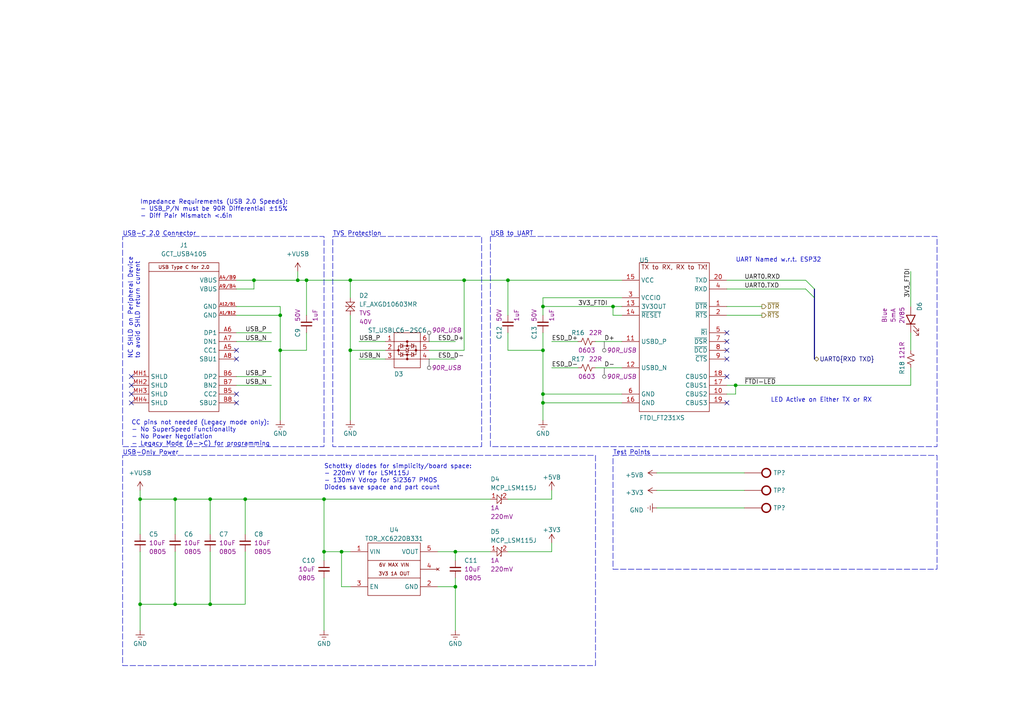
<source format=kicad_sch>
(kicad_sch (version 20230121) (generator eeschema)
  (paper "A4")
  (title_block (title "USB Input") (date "2024-01-21") (rev "1.0.1"))
  (lib_symbols
    (symbol "Skyhawkson-Capacitors:10UF_0805" (pin_numbers hide) (pin_names (offset 0.254) hide)
      (property "Reference" "C" (at 0 2.54 0))
      (property "Tolerance" "10%" (at 0 -7.62 0))
      (property "Rating" "25V" (at 0 -10.16 0))
      (property "Temp" "X5R" (at 0 -15.24 0))
      (property "Package" "0805" (at 0 -12.7 0))
      (property "Capacitance" "10uF" (at 0 -5.08 0))
      (symbol "10UF_0805_0_1"
        (polyline (pts (xy 2.032 -1.524) (xy 2.032 1.524)) (stroke (width 0.3048)))
        (polyline (pts (xy 3.048 -1.524) (xy 3.048 1.524)) (stroke (width 0.3302)))
      )
      (symbol "10UF_0805_1_1"
        (pin passive line (at 0 0 0) (length 2.032) (name "~") (number "1"))
        (pin passive line (at 5.08 0 180) (length 2.032) (name "~") (number "2"))
      )
    )
    (symbol "Skyhawkson-Capacitors:1UF_0805" (pin_numbers hide) (pin_names (offset 0.254) hide)
      (property "Reference" "C" (at 0 2.54 0))
      (property "Tolerance" "10%" (at 0 -7.62 0))
      (property "Rating" "50V" (at 0 -10.16 0))
      (property "Temp" "X7R" (at 0 -15.24 0))
      (property "Package" "0805" (at 0 -12.7 0))
      (property "Capacitance" "1uF" (at 0 -5.08 0))
      (symbol "1UF_0805_0_1"
        (polyline (pts (xy 2.032 -1.524) (xy 2.032 1.524)) (stroke (width 0.3048)))
        (polyline (pts (xy 3.048 -1.524) (xy 3.048 1.524)) (stroke (width 0.3302)))
      )
      (symbol "1UF_0805_1_1"
        (pin passive line (at 0 0 0) (length 2.032) (name "~") (number "1"))
        (pin passive line (at 5.08 0 180) (length 2.032) (name "~") (number "2"))
      )
    )
    (symbol "Skyhawkson-Connectors:GCT_USB4105"
      (property "Reference" "J" (at 5.08 5.08 0))
      (property "Value" "GCT_USB4105" (at 5.08 -39.37 0))
      (symbol "GCT_USB4105_0_0"
        (polyline (pts (xy 25.4 2.54) (xy 5.08 2.54)))
        (text "USB Type C for 2.0" (at 15.24 3.81 0) (effects (font (size 1 1))))
      )
      (symbol "GCT_USB4105_0_1"
        (rectangle (start 5.08 5.08) (end 25.4 -38.1) (stroke (width 0.1524)))
      )
      (symbol "GCT_USB4105_1_1"
        (pin power_in line (at 0 -10.16 0) (length 5.08) (name "GND") (number "A1/B12"))
        (pin power_in line (at 0 -7.62 0) (length 5.08) (name "GND") (number "A12/B1"))
        (pin power_in line (at 0 0 0) (length 5.08) (name "VBUS") (number "A4/B9"))
        (pin bidirectional line (at 0 -20.32 0) (length 5.08) (name "CC1") (number "A5"))
        (pin bidirectional line (at 0 -15.24 0) (length 5.08) (name "DP1") (number "A6"))
        (pin bidirectional line (at 0 -17.78 0) (length 5.08) (name "DN1") (number "A7"))
        (pin bidirectional line (at 0 -22.86 0) (length 5.08) (name "SBU1") (number "A8"))
        (pin power_in line (at 0 -2.54 0) (length 5.08) (name "VBUS") (number "A9/B4"))
        (pin bidirectional line (at 0 -33.02 0) (length 5.08) (name "CC2") (number "B5"))
        (pin bidirectional line (at 0 -27.94 0) (length 5.08) (name "DP2") (number "B6"))
        (pin bidirectional line (at 0 -30.48 0) (length 5.08) (name "BN2") (number "B7"))
        (pin bidirectional line (at 0 -35.56 0) (length 5.08) (name "SBU2") (number "B8"))
        (pin passive line (at 30.48 -27.94 180) (length 5.08) (name "SHLD") (number "MH1"))
        (pin passive line (at 30.48 -30.48 180) (length 5.08) (name "SHLD") (number "MH2"))
        (pin passive line (at 30.48 -33.02 180) (length 5.08) (name "SHLD") (number "MH3"))
        (pin passive line (at 30.48 -35.56 180) (length 5.08) (name "SHLD") (number "MH4"))
      )
    )
    (symbol "Skyhawkson-Connectors:HARWIN_S1751-46" (in_bom no)
      (property "Reference" "TP" (at 6.35 1.27 0))
      (property "Value" "HARWIN_S1751-46" (at 6.35 -2.54 0))
      (symbol "HARWIN_S1751-46_0_1"
        (circle (center 6.35 0) (radius 1.27) (stroke (width 0.4)))
      )
      (symbol "HARWIN_S1751-46_1_1"
        (pin passive line (at 0 0 0) (length 5.08) (name "1") (number "1"))
      )
    )
    (symbol "Skyhawkson-Diodes and TVS:LF_AXGD10603MR" (pin_numbers hide) (pin_names (offset 0.254) hide)
      (property "Reference" "D" (at 0 1.27 0))
      (property "Value" "LF_AXGD10603MR" (at 0 -3.81 0))
      (property "TYPE" "TVS" (at 0 -6.35 0))
      (property "Vbkdn" "40V" (at 0 -8.89 0))
      (symbol "LF_AXGD10603MR_0_0"
        (polyline (pts (xy 2.54 -1.27) (xy 2.286 -1.27)) (stroke (width 0.1524)))
        (polyline (pts (xy 2.54 -1.27) (xy 2.54 1.27)) (stroke (width 0.1524)))
        (polyline (pts (xy 2.54 1.27) (xy 2.794 1.27)) (stroke (width 0.1524)))
        (polyline (pts (xy 1.27 1.27) (xy 1.27 -1.27) (xy 2.54 0) (xy 1.27 1.27)) (stroke (width 0.1524)))
        (polyline (pts (xy 3.81 1.27) (xy 3.81 -1.27) (xy 2.54 0) (xy 3.81 1.27)) (stroke (width 0.1524)))
      )
      (symbol "LF_AXGD10603MR_1_1"
        (pin passive line (at 0 0 0) (length 1.27) (name "~") (number "1"))
        (pin passive line (at 5.08 0 180) (length 1.27) (name "~") (number "2"))
      )
    )
    (symbol "Skyhawkson-Diodes and TVS:MCP_LSM115J" (pin_names (offset 0.254) hide)
      (property "Reference" "D" (at 0 2.54 0))
      (property "Value" "MCP_LSM115J" (at 0 -5.08 0))
      (property "TYPE" "SCHOTTKY" (at 0 -7.62 0))
      (property "Vf" "220mV" (at 0 -10.16 0))
      (property "If" "1A" (at 0 -12.7 0))
      (symbol "MCP_LSM115J_0_0"
        (polyline (pts (xy 2.921 -1.27) (xy 2.921 -1.016)) (stroke (width 0.1524)))
        (polyline (pts (xy 3.175 -1.27) (xy 2.921 -1.27)) (stroke (width 0.1524)))
        (polyline (pts (xy 3.175 -1.27) (xy 3.175 1.27)) (stroke (width 0.1524)))
        (polyline (pts (xy 3.175 1.27) (xy 3.429 1.27)) (stroke (width 0.1524)))
        (polyline (pts (xy 3.429 1.27) (xy 3.429 1.016)) (stroke (width 0.1524)))
        (polyline (pts (xy 1.905 1.27) (xy 1.905 -1.27) (xy 3.175 0) (xy 1.905 1.27)) (stroke (width 0.1524)))
      )
      (symbol "MCP_LSM115J_1_1"
        (pin passive line (at 0 0 0) (length 1.905) (name "1") (number "1"))
        (pin passive line (at 5.08 0 180) (length 1.905) (name "2") (number "2"))
      )
    )
    (symbol "Skyhawkson-Diodes and TVS:ST_USBLC6-2SC6" (pin_names (offset 0.254) hide)
      (property "Reference" "D" (at 2.54 2.54 0))
      (property "Value" "ST_USBLC6-2SC6" (at 2.54 -10.16 0))
      (property "TYPE" "ZENER ARRAY" (at 2.54 -12.7 0))
      (property "Vbkdn" "6V" (at 2.54 -15.24 0))
      (property "Vf" "1V1" (at 2.54 -17.78 0))
      (property "Vclamp" "12V" (at 2.54 -20.32 0))
      (symbol "ST_USBLC6-2SC6_0_1"
        (rectangle (start 2.54 2.54) (end 10.16 -7.62))
      )
      (symbol "ST_USBLC6-2SC6_1_1"
        (polyline (pts (xy 2.54 -5.08) (xy 10.16 -5.08)))
        (polyline (pts (xy 2.54 0) (xy 10.16 0)))
        (polyline (pts (xy 3.81 -1.27) (xy 3.81 -3.81)))
        (polyline (pts (xy 4.445 -3.81) (xy 3.81 -3.81)))
        (polyline (pts (xy 4.445 -1.27) (xy 3.81 -1.27)))
        (polyline (pts (xy 5.08 -3.175) (xy 5.08 -4.445)))
        (polyline (pts (xy 5.08 -0.635) (xy 5.08 -1.905)))
        (polyline (pts (xy 6.35 -3.81) (xy 6.35 -5.08)))
        (polyline (pts (xy 6.35 -1.27) (xy 5.08 -1.27)))
        (polyline (pts (xy 6.35 -1.27) (xy 7.62 -1.27)))
        (polyline (pts (xy 6.35 0) (xy 6.35 -1.27)))
        (polyline (pts (xy 6.6675 -3.175) (xy 6.35 -3.175)))
        (polyline (pts (xy 6.6675 -2.54) (xy 10.16 -2.54)))
        (polyline (pts (xy 6.6675 -1.905) (xy 6.6675 -3.175)))
        (polyline (pts (xy 6.6675 -1.905) (xy 6.985 -1.905)))
        (polyline (pts (xy 7.62 -3.81) (xy 5.08 -3.81)))
        (polyline (pts (xy 8.255 -3.175) (xy 8.255 -4.445)))
        (polyline (pts (xy 8.255 -1.905) (xy 8.255 -0.635)))
        (polyline (pts (xy 8.89 -3.81) (xy 8.255 -3.81)))
        (polyline (pts (xy 8.89 -1.27) (xy 8.255 -1.27)))
        (polyline (pts (xy 8.89 -1.27) (xy 8.89 -3.81)))
        (polyline (pts (xy 6.0325 -2.54) (xy 2.8575 -2.54) (xy 2.54 -2.54)))
        (polyline (pts (xy 4.445 -3.175) (xy 4.445 -4.445) (xy 5.08 -3.81) (xy 4.445 -3.175)))
        (polyline (pts (xy 4.445 -0.635) (xy 4.445 -1.905) (xy 5.08 -1.27) (xy 4.445 -0.635)))
        (polyline (pts (xy 6.0325 -1.905) (xy 6.0325 -3.175) (xy 6.6675 -2.54) (xy 6.0325 -1.905)))
        (polyline (pts (xy 7.62 -3.175) (xy 7.62 -4.445) (xy 8.255 -3.81) (xy 7.62 -3.175)))
        (polyline (pts (xy 7.62 -0.635) (xy 8.255 -1.27) (xy 7.62 -1.905) (xy 7.62 -0.635)))
        (circle (center 3.81 -2.54) (radius 0.1) (stroke (width 0.25)))
        (circle (center 6.35 -5.08) (radius 0.1) (stroke (width 0.25)))
        (circle (center 6.35 -3.81) (radius 0.1) (stroke (width 0.25)))
        (circle (center 6.35 -1.27) (radius 0.1) (stroke (width 0.25)))
        (circle (center 6.35 0) (radius 0.0001) (stroke (width 0.05)))
        (circle (center 6.35 0) (radius 0.1) (stroke (width 0.25)))
        (circle (center 8.89 -2.54) (radius 0.1) (stroke (width 0.25)))
        (pin passive line (at 0 0 0) (length 2.54) (name "I01") (number "1"))
        (pin power_in line (at 0 -2.54 0) (length 2.54) (name "GND") (number "2"))
        (pin passive line (at 0 -5.08 0) (length 2.54) (name "IO2") (number "3"))
        (pin passive line (at 12.7 -5.08 180) (length 2.54) (name "I02") (number "4"))
        (pin power_in line (at 12.7 -2.54 180) (length 2.54) (name "VBUS") (number "5"))
        (pin passive line (at 12.7 0 180) (length 2.54) (name "I01") (number "6"))
      )
    )
    (symbol "Skyhawkson-ICs:FTDI_FT231XS"
      (property "Reference" "U" (at 5.08 5.08 0))
      (property "Value" "FTDI_FT231XS" (at 5.08 -39.37 0))
      (symbol "FTDI_FT231XS_0_0"
        (rectangle (start 5.08 5.08) (end 25.4 -38.1) (stroke (width 0.1524)))
        (text "TX to RX, RX to TX!" (at 15.24 3.81 0) (effects (font (size 1.27 1.27))))
      )
      (symbol "FTDI_FT231XS_1_1"
        (pin output line (at 30.48 -7.62 180) (length 5.08) (name "~{DTR}") (number "1"))
        (pin bidirectional line (at 30.48 -33.02 180) (length 5.08) (name "CBUS2") (number "10"))
        (pin bidirectional line (at 0 -17.78 0) (length 5.08) (name "USBD_P") (number "11"))
        (pin bidirectional line (at 0 -25.4 0) (length 5.08) (name "USBD_N") (number "12"))
        (pin power_out line (at 0 -7.62 0) (length 5.08) (name "3V3OUT") (number "13"))
        (pin input line (at 0 -10.16 0) (length 5.08) (name "~{RESET}") (number "14"))
        (pin power_in line (at 0 0 0) (length 5.08) (name "VCC") (number "15"))
        (pin power_in line (at 0 -35.56 0) (length 5.08) (name "GND") (number "16"))
        (pin bidirectional line (at 30.48 -30.48 180) (length 5.08) (name "CBUS1") (number "17"))
        (pin bidirectional line (at 30.48 -27.94 180) (length 5.08) (name "CBUS0") (number "18"))
        (pin bidirectional line (at 30.48 -35.56 180) (length 5.08) (name "CBUS3") (number "19"))
        (pin output line (at 30.48 -10.16 180) (length 5.08) (name "~{RTS}") (number "2"))
        (pin output line (at 30.48 0 180) (length 5.08) (name "TXD") (number "20"))
        (pin power_in line (at 0 -5.08 0) (length 5.08) (name "VCCIO") (number "3"))
        (pin input line (at 30.48 -2.54 180) (length 5.08) (name "RXD") (number "4"))
        (pin input line (at 30.48 -15.24 180) (length 5.08) (name "~{RI}") (number "5"))
        (pin power_in line (at 0 -33.02 0) (length 5.08) (name "GND") (number "6"))
        (pin input line (at 30.48 -17.78 180) (length 5.08) (name "~{DSR}") (number "7"))
        (pin input line (at 30.48 -20.32 180) (length 5.08) (name "~{DCD}") (number "8"))
        (pin input line (at 30.48 -22.86 180) (length 5.08) (name "~{CTS}") (number "9"))
      )
    )
    (symbol "Skyhawkson-LEDs and Optoelectronics:OSRAM_LBQ39E-N1OO-35-1" (pin_numbers hide) (pin_names (offset 0.254) hide)
      (property "Reference" "D" (at 0 1.27 0))
      (property "Value" "OSRAM_LBQ39E-N1OO-35-1" (at 0 -3.81 0))
      (property "Vf" "2V85" (at 0 -6.35 0))
      (property "Current" "5mA" (at 0 -8.89 0))
      (property "Color" "Blue" (at 0 -11.43 0))
      (property "Package" "0603" (at 0 -13.97 0))
      (symbol "OSRAM_LBQ39E-N1OO-35-1_0_1"
        (polyline (pts (xy 5.08 1.27) (xy 5.08 -1.27)) (stroke (width 0.254)))
        (polyline (pts (xy 2.54 1.27) (xy 2.54 -1.27) (xy 5.08 0) (xy 2.54 1.27)) (stroke (width 0.254)))
        (polyline (pts (xy 5.588 0.762) (xy 7.112 2.286) (xy 6.35 2.286) (xy 7.112 2.286) (xy 7.112 1.524)))
        (polyline (pts (xy 6.858 0.762) (xy 8.382 2.286) (xy 7.62 2.286) (xy 8.382 2.286) (xy 8.382 1.524)))
      )
      (symbol "OSRAM_LBQ39E-N1OO-35-1_1_1"
        (pin passive line (at 0 0 0) (length 2.54) (name "A") (number "A"))
        (pin passive line (at 7.62 0 180) (length 2.54) (name "C") (number "C"))
      )
    )
    (symbol "Skyhawkson-Power Symbols:+3V3" (power) (pin_names (offset 0)) (in_bom no)
      (property "Value" "+3V3" (at 0 3.556 0))
      (symbol "+3V3_0_1"
        (polyline (pts (xy -0.762 1.27) (xy 0 2.54)))
        (polyline (pts (xy 0 0) (xy 0 2.54)))
        (polyline (pts (xy 0 2.54) (xy 0.762 1.27)))
      )
      (symbol "+3V3_1_1"
        (pin power_in line (at 0 0 90) (length 0) hide (name "+3V3") (number "1"))
      )
    )
    (symbol "Skyhawkson-Power Symbols:+5VB" (power) (pin_names (offset 0)) (in_bom no)
      (property "Value" "+5VB" (at 0 3.556 0))
      (symbol "+5VB_0_1"
        (polyline (pts (xy -0.762 1.27) (xy 0 2.54)))
        (polyline (pts (xy 0 0) (xy 0 2.54)))
        (polyline (pts (xy 0 2.54) (xy 0.762 1.27)))
      )
      (symbol "+5VB_1_1"
        (pin power_in line (at 0 0 90) (length 0) hide (name "+5VB") (number "1"))
      )
    )
    (symbol "Skyhawkson-Power Symbols:+VUSB" (power) (pin_names (offset 0)) (in_bom no)
      (property "Value" "+VUSB" (at 0 3.556 0))
      (symbol "+VUSB_0_1"
        (polyline (pts (xy -0.762 1.27) (xy 0 2.54)))
        (polyline (pts (xy 0 0) (xy 0 2.54)))
        (polyline (pts (xy 0 2.54) (xy 0.762 1.27)))
      )
      (symbol "+VUSB_1_1"
        (pin power_in line (at 0 0 90) (length 0) hide (name "+VUSB") (number "1"))
      )
    )
    (symbol "Skyhawkson-Power Symbols:GND" (power) (pin_names (offset 0)) (in_bom no)
      (property "Value" "GND" (at 0 -3.81 0))
      (symbol "GND_0_1"
        (polyline (pts (xy -0.635 -1.905) (xy 0.635 -1.905)))
        (polyline (pts (xy -0.127 -2.54) (xy 0.127 -2.54)))
        (polyline (pts (xy 0 -1.27) (xy 0 0)))
        (polyline (pts (xy 1.27 -1.27) (xy -1.27 -1.27)))
      )
      (symbol "GND_1_1"
        (pin power_in line (at 0 0 270) (length 0) hide (name "GND") (number "1"))
      )
    )
    (symbol "Skyhawkson-Power:TOR_XC6220B331"
      (property "Reference" "U" (at 5.08 2.54 0))
      (property "Value" "TOR_XC6220B331" (at 5.08 -13.97 0))
      (symbol "TOR_XC6220B331_0_0"
        (text "3V3 1A OUT" (at 12.7 -6.35 0) (effects (font (size 1 1))))
        (text "6V MAX VIN" (at 12.7 -3.81 0) (effects (font (size 1 1))))
      )
      (symbol "TOR_XC6220B331_0_1"
        (polyline (pts (xy 20.32 -7.62) (xy 5.08 -7.62)) (stroke (width 0.1524)))
        (polyline (pts (xy 20.32 -2.54) (xy 5.08 -2.54)) (stroke (width 0.1524)))
        (rectangle (start 5.08 2.54) (end 20.32 -12.7) (stroke (width 0.1524)))
      )
      (symbol "TOR_XC6220B331_1_1"
        (pin power_in line (at 0 0 0) (length 5.08) (name "VIN") (number "1"))
        (pin power_in line (at 25.4 -10.16 180) (length 5.08) (name "GND") (number "2"))
        (pin input line (at 0 -10.16 0) (length 5.08) (name "EN") (number "3"))
        (pin no_connect line (at 25.4 -5.08 180) (length 5.08) (name "~") (number "4"))
        (pin power_out line (at 25.4 0 180) (length 5.08) (name "VOUT") (number "5"))
      )
    )
    (symbol "Skyhawkson-Resistors:121R_0603" (pin_numbers hide) (pin_names (offset 0.254) hide)
      (property "Reference" "R" (at 0 1.27 0))
      (property "Tolerance" "1%" (at 0 -6.35 0))
      (property "Power" "100mW" (at 0 -8.89 0))
      (property "Package" "0603" (at 0 -11.43 0))
      (property "Resistance" "121R" (at 0 -3.81 0))
      (symbol "121R_0603_1_1"
        (polyline (pts (xy 1.016 0) (xy 1.397 1.016) (xy 1.778 0) (xy 2.159 -1.016) (xy 2.54 0)))
        (polyline (pts (xy 2.54 0) (xy 2.921 1.016) (xy 3.302 0) (xy 3.683 -1.016) (xy 4.064 0)))
        (pin passive line (at 0 0 0) (length 1.016) (name "~") (number "1"))
        (pin passive line (at 5.08 0 180) (length 1.016) (name "~") (number "2"))
      )
    )
    (symbol "Skyhawkson-Resistors:22R_0603" (pin_numbers hide) (pin_names (offset 0.254) hide)
      (property "Reference" "R" (at 0 1.27 0))
      (property "Tolerance" "1%" (at 0 -6.35 0))
      (property "Power" "100mW" (at 0 -8.89 0))
      (property "Package" "0603" (at 0 -11.43 0))
      (property "Resistance" "22R" (at 0 -3.81 0))
      (symbol "22R_0603_1_1"
        (polyline (pts (xy 1.016 0) (xy 1.397 1.016) (xy 1.778 0) (xy 2.159 -1.016) (xy 2.54 0)))
        (polyline (pts (xy 2.54 0) (xy 2.921 1.016) (xy 3.302 0) (xy 3.683 -1.016) (xy 4.064 0)))
        (pin passive line (at 0 0 0) (length 1.016) (name "~") (number "1"))
        (pin passive line (at 5.08 0 180) (length 1.016) (name "~") (number "2"))
      )
    )
  )
  (junction (at 60.96 144.78))
  (junction (at 60.96 175.26))
  (junction (at 147.32 81.28))
  (junction (at 132.08 170.18))
  (junction (at 81.28 91.44))
  (junction (at 93.98 160.02))
  (junction (at 132.08 160.02))
  (junction (at 93.98 144.78))
  (junction (at 86.36 81.28))
  (junction (at 40.64 144.78))
  (junction (at 157.48 101.6))
  (junction (at 157.48 88.9))
  (junction (at 157.48 114.3))
  (junction (at 50.8 175.26))
  (junction (at 40.64 175.26))
  (junction (at 71.12 144.78))
  (junction (at 157.48 116.84))
  (junction (at 50.8 144.78))
  (junction (at 134.62 81.28))
  (junction (at 101.6 81.28))
  (junction (at 73.66 81.28))
  (junction (at 99.06 160.02))
  (junction (at 88.9 81.28))
  (junction (at 81.28 101.6))
  (junction (at 177.8 88.9))
  (junction (at 213.36 111.76))
  (junction (at 101.6 101.6))
  (no_connect (at 68.58 101.6))
  (no_connect (at 210.82 116.84))
  (no_connect (at 38.1 116.84))
  (no_connect (at 38.1 114.3))
  (no_connect (at 38.1 109.22))
  (no_connect (at 210.82 104.14))
  (no_connect (at 210.82 96.52))
  (no_connect (at 68.58 104.14))
  (no_connect (at 210.82 109.22))
  (no_connect (at 210.82 99.06))
  (no_connect (at 68.58 114.3))
  (no_connect (at 68.58 116.84))
  (no_connect (at 210.82 101.6))
  (no_connect (at 38.1 111.76))
  (bus_entry (at 233.68 81.28) (size 2.54 2.54))
  (bus_entry (at 233.68 83.82) (size 2.54 2.54))
  (wire (pts (xy 88.9 96.52) (xy 88.9 101.6)))
  (wire (pts (xy 101.6 81.28) (xy 101.6 86.36)))
  (wire (pts (xy 81.28 91.44) (xy 81.28 88.9)))
  (wire (pts (xy 134.62 81.28) (xy 134.62 101.6)))
  (wire (pts (xy 210.82 111.76) (xy 213.36 111.76)))
  (wire (pts (xy 71.12 144.78) (xy 93.98 144.78)))
  (wire (pts (xy 68.58 83.82) (xy 73.66 83.82)))
  (wire (pts (xy 210.82 91.44) (xy 220.98 91.44)))
  (wire (pts (xy 210.82 88.9) (xy 220.98 88.9)))
  (wire (pts (xy 190.5 142.24) (xy 215.9 142.24)))
  (wire (pts (xy 124.46 104.14) (xy 132.08 104.14)))
  (wire (pts (xy 264.16 96.52) (xy 264.16 101.6)))
  (wire (pts (xy 81.28 101.6) (xy 81.28 91.44)))
  (wire (pts (xy 99.06 160.02) (xy 101.6 160.02)))
  (wire (pts (xy 68.58 111.76) (xy 78.74 111.76)))
  (wire (pts (xy 60.96 160.02) (xy 60.96 175.26)))
  (wire (pts (xy 127 160.02) (xy 132.08 160.02)))
  (wire (pts (xy 71.12 144.78) (xy 71.12 154.94)))
  (wire (pts (xy 101.6 91.44) (xy 101.6 101.6)))
  (wire (pts (xy 264.16 106.68) (xy 264.16 111.76)))
  (wire (pts (xy 147.32 96.52) (xy 147.32 101.6)))
  (wire (pts (xy 147.32 81.28) (xy 147.32 91.44)))
  (wire (pts (xy 68.58 81.28) (xy 73.66 81.28)))
  (wire (pts (xy 132.08 160.02) (xy 132.08 162.56)))
  (wire (pts (xy 73.66 81.28) (xy 86.36 81.28)))
  (wire (pts (xy 101.6 170.18) (xy 99.06 170.18)))
  (wire (pts (xy 180.34 91.44) (xy 177.8 91.44)))
  (wire (pts (xy 157.48 86.36) (xy 180.34 86.36)))
  (wire (pts (xy 124.46 101.6) (xy 134.62 101.6)))
  (wire (pts (xy 81.28 88.9) (xy 68.58 88.9)))
  (wire (pts (xy 111.76 101.6) (xy 101.6 101.6)))
  (wire (pts (xy 210.82 114.3) (xy 213.36 114.3)))
  (wire (pts (xy 68.58 99.06) (xy 78.74 99.06)))
  (wire (pts (xy 264.16 78.74) (xy 264.16 88.9)))
  (bus (pts (xy 236.22 83.82) (xy 236.22 86.36)))
  (wire (pts (xy 86.36 78.74) (xy 86.36 81.28)))
  (wire (pts (xy 88.9 81.28) (xy 101.6 81.28)))
  (wire (pts (xy 71.12 175.26) (xy 60.96 175.26)))
  (wire (pts (xy 172.72 106.68) (xy 180.34 106.68)))
  (wire (pts (xy 210.82 81.28) (xy 233.68 81.28)))
  (wire (pts (xy 60.96 144.78) (xy 60.96 154.94)))
  (wire (pts (xy 157.48 114.3) (xy 157.48 116.84)))
  (wire (pts (xy 88.9 81.28) (xy 88.9 91.44)))
  (wire (pts (xy 50.8 144.78) (xy 60.96 144.78)))
  (wire (pts (xy 40.64 175.26) (xy 40.64 182.88)))
  (wire (pts (xy 210.82 83.82) (xy 233.68 83.82)))
  (wire (pts (xy 213.36 111.76) (xy 264.16 111.76)))
  (wire (pts (xy 104.14 99.06) (xy 111.76 99.06)))
  (wire (pts (xy 50.8 175.26) (xy 60.96 175.26)))
  (wire (pts (xy 93.98 144.78) (xy 93.98 160.02)))
  (wire (pts (xy 172.72 99.06) (xy 180.34 99.06)))
  (wire (pts (xy 40.64 175.26) (xy 50.8 175.26)))
  (wire (pts (xy 68.58 91.44) (xy 81.28 91.44)))
  (wire (pts (xy 127 170.18) (xy 132.08 170.18)))
  (wire (pts (xy 60.96 144.78) (xy 71.12 144.78)))
  (wire (pts (xy 160.02 157.48) (xy 160.02 160.02)))
  (wire (pts (xy 160.02 99.06) (xy 167.64 99.06)))
  (wire (pts (xy 40.64 142.24) (xy 40.64 144.78)))
  (wire (pts (xy 190.5 147.32) (xy 215.9 147.32)))
  (wire (pts (xy 157.48 88.9) (xy 157.48 86.36)))
  (wire (pts (xy 104.14 104.14) (xy 111.76 104.14)))
  (wire (pts (xy 160.02 142.24) (xy 160.02 144.78)))
  (wire (pts (xy 93.98 167.64) (xy 93.98 182.88)))
  (wire (pts (xy 68.58 109.22) (xy 78.74 109.22)))
  (wire (pts (xy 132.08 160.02) (xy 142.24 160.02)))
  (wire (pts (xy 93.98 160.02) (xy 93.98 162.56)))
  (wire (pts (xy 213.36 111.76) (xy 213.36 114.3)))
  (wire (pts (xy 132.08 170.18) (xy 132.08 182.88)))
  (wire (pts (xy 93.98 160.02) (xy 99.06 160.02)))
  (wire (pts (xy 124.46 99.06) (xy 132.08 99.06)))
  (wire (pts (xy 157.48 88.9) (xy 177.8 88.9)))
  (wire (pts (xy 81.28 101.6) (xy 88.9 101.6)))
  (wire (pts (xy 86.36 81.28) (xy 88.9 81.28)))
  (wire (pts (xy 147.32 144.78) (xy 160.02 144.78)))
  (wire (pts (xy 157.48 96.52) (xy 157.48 101.6)))
  (wire (pts (xy 190.5 137.16) (xy 215.9 137.16)))
  (wire (pts (xy 132.08 167.64) (xy 132.08 170.18)))
  (wire (pts (xy 147.32 160.02) (xy 160.02 160.02)))
  (wire (pts (xy 101.6 101.6) (xy 101.6 121.92)))
  (wire (pts (xy 73.66 83.82) (xy 73.66 81.28)))
  (wire (pts (xy 50.8 144.78) (xy 50.8 154.94)))
  (wire (pts (xy 177.8 91.44) (xy 177.8 88.9)))
  (wire (pts (xy 134.62 81.28) (xy 147.32 81.28)))
  (wire (pts (xy 40.64 144.78) (xy 50.8 144.78)))
  (wire (pts (xy 147.32 101.6) (xy 157.48 101.6)))
  (wire (pts (xy 81.28 121.92) (xy 81.28 101.6)))
  (wire (pts (xy 157.48 116.84) (xy 180.34 116.84)))
  (wire (pts (xy 157.48 88.9) (xy 157.48 91.44)))
  (wire (pts (xy 40.64 160.02) (xy 40.64 175.26)))
  (wire (pts (xy 180.34 114.3) (xy 157.48 114.3)))
  (wire (pts (xy 101.6 81.28) (xy 134.62 81.28)))
  (wire (pts (xy 160.02 106.68) (xy 167.64 106.68)))
  (wire (pts (xy 71.12 160.02) (xy 71.12 175.26)))
  (wire (pts (xy 99.06 170.18) (xy 99.06 160.02)))
  (wire (pts (xy 157.48 101.6) (xy 157.48 114.3)))
  (wire (pts (xy 157.48 116.84) (xy 157.48 121.92)))
  (wire (pts (xy 40.64 144.78) (xy 40.64 154.94)))
  (bus (pts (xy 236.22 86.36) (xy 236.22 104.14)))
  (wire (pts (xy 68.58 96.52) (xy 78.74 96.52)))
  (wire (pts (xy 50.8 160.02) (xy 50.8 175.26)))
  (wire (pts (xy 147.32 81.28) (xy 180.34 81.28)))
  (wire (pts (xy 93.98 144.78) (xy 142.24 144.78)))
  (wire (pts (xy 177.8 88.9) (xy 180.34 88.9)))
  (rectangle (start 35.56 132.08) (end 172.72 193.04) (stroke (width 0) (type dash)))
  (rectangle (start 177.8 132.08) (end 271.78 165.1) (stroke (width 0) (type dash)))
  (rectangle (start 142.24 68.58) (end 271.78 129.54) (stroke (width 0) (type dash)))
  (rectangle (start 35.56 68.58) (end 93.98 129.54) (stroke (width 0) (type dash)))
  (rectangle (start 96.52 68.58) (end 139.7 129.54) (stroke (width 0) (type dash)))
  (text "USB to UART" (at 142.24 68.58 0) (effects (font (size 1.27 1.27)) (justify left bottom)))
  (text "LED Active on Either TX or RX" (at 223.52 116.84 0) (effects (font (size 1.27 1.27)) (justify left bottom)))
  (text "CC pins not needed (Legacy mode only):\n- No SuperSpeed Functionality\n- No Power Negotiation\n- Legacy Mode (A->C) for programming" (at 38.1 129.54 0) (effects (font (size 1.27 1.27)) (justify left bottom)))
  (text "USB-Only Power" (at 35.56 132.08 0) (effects (font (size 1.27 1.27)) (justify left bottom)))
  (text "NC SHLD on Peripheral Device\nto avoid SHLD return current" (at 40.64 104.14 90) (effects (font (size 1.27 1.27)) (justify left bottom)))
  (text "UART Named w.r.t. ESP32" (at 213.36 76.2 0) (effects (font (size 1.27 1.27)) (justify left bottom)))
  (text "TVS Protection" (at 96.52 68.58 0) (effects (font (size 1.27 1.27)) (justify left bottom)))
  (text "Schottky diodes for simplicity/board space:\n- 220mV Vf for LSM115J\n- 130mV Vdrop for SI2367 PMOS\nDiodes save space and part count" (at 93.98 142.24 0) (effects (font (size 1.27 1.27)) (justify left bottom)))
  (text "USB-C 2.0 Connector" (at 35.56 68.58 0) (effects (font (size 1.27 1.27)) (justify left bottom)))
  (text "Test Points\n" (at 177.8 132.08 0) (effects (font (size 1.27 1.27)) (justify left bottom)))
  (text "Impedance Requirements (USB 2.0 Speeds):\n- USB_P/N must be 90R Differential ±15%\n- Diff Pair Mismatch <.6in\n" (at 40.64 63.5 0) (effects (font (size 1.27 1.27)) (justify left bottom)))
  (label "ESD_D-" (at 160.02 106.68 0))
  (label "USB_P" (at 71.12 109.22 0))
  (label "UART0.TXD" (at 215.9 83.82 0))
  (label "ESD_D+" (at 127 99.06 0))
  (label "D-" (at 175.26 106.68 0))
  (label "3V3_FTDI" (at 167.64 88.9 0))
  (label "USB_P" (at 71.12 96.52 0))
  (label "USB_N" (at 71.12 111.76 0))
  (label "3V3_FTDI" (at 264.16 86.36 90))
  (label "ESD_D-" (at 127 104.14 0))
  (label "D+" (at 175.26 99.06 0))
  (label "USB_N" (at 71.12 99.06 0))
  (label "UART0.RXD" (at 215.9 81.28 0))
  (label "USB_N" (at 104.14 104.14 0))
  (label "USB_P" (at 104.14 99.06 0))
  (label "ESD_D+" (at 160.02 99.06 0))
  (label "~{FTDI-LED}" (at 215.9 111.76 0))
  (hierarchical_label "~{RTS}" (shape output) (at 220.98 91.44 0))
  (hierarchical_label "UART0{RXD TXD}" (shape bidirectional) (at 236.22 104.14 0))
  (hierarchical_label "~{DTR}" (shape output) (at 220.98 88.9 0))
  (netclass_flag "" (length 2.54) (shape round) (at 124.46 104.14 180) (property "Netclass" "90R_USB" (at 125.1585 106.68 0) (effects (font italic) (justify left))))
  (netclass_flag "" (length 2.54) (shape round) (at 175.26 99.06 180) (property "Netclass" "90R_USB" (at 175.9585 101.6 0) (effects (font italic) (justify left))))
  (netclass_flag "" (length 2.54) (shape round) (at 124.46 99.06 0) (property "Netclass" "90R_USB" (at 129.54 96.52 0) (effects (font italic) (justify bottom))))
  (netclass_flag "" (length 2.54) (shape round) (at 175.26 106.68 180) (property "Netclass" "90R_USB" (at 175.9585 109.22 0) (effects (font italic) (justify left))))
  (symbol (lib_id "Skyhawkson-Capacitors:10UF_0805") (at 40.64 160.02 90) (unit 1)
    (property "Reference" "C5" (at 43.18 154.94 90) (effects (justify right)))
    (property "Value" "10UF_0805" (effects hide))
    (property "Footprint" "Skyhawkson_Footprints:GENERIC_0805_CAP" (effects hide))
    (property "DKPN" "399-11939-1-ND" (effects hide))
    (property "Tolerance" "10%" (effects hide))
    (property "Rating" "25V" (effects hide))
    (property "Temp" "X5R" (effects hide))
    (property "Package" "0805" (at 43.18 160.02 90) (effects (justify right)))
    (property "Capacitance" "10uF" (at 43.18 157.48 90) (effects (justify right)))
  )
  (symbol (lib_id "Skyhawkson-Capacitors:1UF_0805") (at 147.32 96.52 90) (unit 1)
    (property "Reference" "C12" (at 144.78 96.52 0))
    (property "Value" "1UF_0805" (effects hide))
    (property "Footprint" "Skyhawkson_Footprints:GENERIC_0805_CAP" (effects hide))
    (property "DKPN" "399-C0805C105K5RAC7800CT-ND" (effects hide))
    (property "Tolerance" "10%" (effects hide))
    (property "Rating" "50V" (at 144.78 91.44 0))
    (property "Temp" "X7R" (effects hide))
    (property "Package" "0805" (effects hide))
    (property "Capacitance" "1uF" (at 149.86 91.44 0))
    (instances (project "Forerunner-Cubic-Mainboard" (path "" (reference "C12") (unit 1))) (project "Forerunner-KiCAD" (path "" (reference "C?") (unit 1))))
  )
  (symbol (lib_id "Skyhawkson-Power Symbols:+5VB") (at 190.5 137.16 90) (unit 1) (in_bom no)
    (property "Reference" "#PWR086" (effects hide))
    (property "Value" "+5VB" (at 186.69 137.795 90) (effects (justify left)))
    (instances (project "Forerunner-Cubic-Mainboard" (path "" (reference "#PWR086") (unit 1)) (path "" (reference "#PWR087") (unit 1))))
  )
  (symbol (lib_id "Skyhawkson-Power Symbols:GND") (at 190.5 147.32 270) (unit 1) (in_bom no)
    (property "Reference" "#PWR088" (effects hide))
    (property "Value" "GND" (at 186.69 147.955 90) (effects (justify right)))
    (instances (project "Forerunner-Cubic-Mainboard" (path "" (reference "#PWR088") (unit 1)) (path "" (reference "#PWR086") (unit 1))) (project "Forerunner-KiCAD" (path "" (reference "#PWR?") (unit 1))))
  )
  (symbol (lib_id "Skyhawkson-Power Symbols:GND") (at 40.64 182.88 0) (unit 1) (in_bom no)
    (property "Reference" "#PWR020" (effects hide))
    (property "Value" "GND" (at 40.64 186.69 0))
    (instances (project "Forerunner-Cubic-Mainboard" (path "" (reference "#PWR020") (unit 1))) (project "Forerunner-KiCAD" (path "" (reference "#PWR?") (unit 1))))
  )
  (symbol (lib_id "Skyhawkson-Power Symbols:+3V3") (at 160.02 157.48 0) (unit 1) (in_bom no)
    (property "Reference" "#PWR028" (effects hide))
    (property "Value" "+3V3" (at 160.02 153.67 0))
  )
  (symbol (lib_id "Skyhawkson-Connectors:HARWIN_S1751-46") (at 215.9 147.32 0) (unit 1) (in_bom no)
    (property "Reference" "TP?" (at 226.06 147.32 0))
    (property "Value" "HARWIN_S1751-46" (effects hide))
    (property "Footprint" "Skyhawkson_Footprints:HARWIN_S1751-XX" (effects hide))
    (property "Datasheet" "https://cdn.harwin.com/pdfs/S1751.pdf" (effects hide))
    (property "DKPN" "952-3024-ND" (effects hide))
    (instances (project "Forerunner-Cubic-Mainboard" (path "" (reference "TP?") (unit 1)) (path "" (reference "TP3") (unit 1)) (path "" (reference "TP3") (unit 1))))
  )
  (symbol (lib_id "Skyhawkson-Power Symbols:GND") (at 81.28 121.92 0) (unit 1) (in_bom no)
    (property "Reference" "#PWR021" (effects hide))
    (property "Value" "GND" (at 81.28 125.73 0))
    (instances (project "Forerunner-Cubic-Mainboard" (path "" (reference "#PWR021") (unit 1))) (project "Forerunner-KiCAD" (path "" (reference "#PWR?") (unit 1))))
  )
  (symbol (lib_id "Skyhawkson-ICs:FTDI_FT231XS") (at 180.34 81.28 0) (unit 1)
    (property "Reference" "U5" (at 185.42 76.2 0) (effects (justify left bottom)))
    (property "Value" "FTDI_FT231XS" (at 185.42 121.92 0) (effects (justify left bottom)))
    (property "Footprint" "Skyhawkson_Footprints:FTDI_000565_(SSOP-20)" (effects hide))
    (property "Datasheet" "http://www.ftdichip.com/Support/Documents/DataSheets/ICs/DS_FT231X.pdf" (effects hide))
    (property "DKPN" "768-1129-1-ND" (effects hide))
    (instances (project "Forerunner-Cubic-Mainboard" (path "" (reference "U5") (unit 1))) (project "Forerunner-KiCAD" (path "" (reference "U?") (unit 1))))
  )
  (symbol (lib_id "Skyhawkson-Capacitors:10UF_0805") (at 60.96 160.02 90) (unit 1)
    (property "Reference" "C7" (at 63.5 154.94 90) (effects (justify right)))
    (property "Value" "10UF_0805" (effects hide))
    (property "Footprint" "Skyhawkson_Footprints:GENERIC_0805_CAP" (effects hide))
    (property "DKPN" "399-11939-1-ND" (effects hide))
    (property "Tolerance" "10%" (effects hide))
    (property "Rating" "25V" (effects hide))
    (property "Temp" "X5R" (effects hide))
    (property "Package" "0805" (at 63.5 160.02 90) (effects (justify right)))
    (property "Capacitance" "10uF" (at 63.5 157.48 90) (effects (justify right)))
  )
  (symbol (lib_id "Skyhawkson-Connectors:HARWIN_S1751-46") (at 215.9 137.16 0) (unit 1) (in_bom no)
    (property "Reference" "TP?" (at 226.06 137.16 0))
    (property "Value" "HARWIN_S1751-46" (effects hide))
    (property "Footprint" "Skyhawkson_Footprints:HARWIN_S1751-XX" (effects hide))
    (property "Datasheet" "https://cdn.harwin.com/pdfs/S1751.pdf" (effects hide))
    (property "DKPN" "952-3024-ND" (effects hide))
    (instances (project "Forerunner-Cubic-Mainboard" (path "" (reference "TP?") (unit 1)) (path "" (reference "TP1") (unit 1)) (path "" (reference "TP1") (unit 1))))
  )
  (symbol (lib_id "Skyhawkson-Resistors:22R_0603") (at 167.64 99.06 0) (unit 1)
    (property "Reference" "R16" (at 167.64 96.52 0))
    (property "Value" "22R_0603" (effects hide))
    (property "Footprint" "Skyhawkson_Footprints:GENERIC_0603_RES" (effects hide))
    (property "DKPN" "YAG5950CT-ND" (effects hide))
    (property "Tolerance" "1%" (effects hide))
    (property "Power" "100mW" (effects hide))
    (property "Package" "0603" (at 170.18 101.6 0))
    (property "Resistance" "22R" (at 172.72 96.52 0))
    (instances (project "Forerunner-Cubic-Mainboard" (path "" (reference "R16") (unit 1))) (project "Forerunner-KiCAD" (path "" (reference "R?") (unit 1))))
  )
  (symbol (lib_id "Skyhawkson-LEDs and Optoelectronics:OSRAM_LBQ39E-N1OO-35-1") (at 264.16 88.9 270) (unit 1)
    (property "Reference" "D6" (at 266.7 88.9 0))
    (property "Value" "OSRAM_LBQ39E-N1OO-35-1" (effects hide))
    (property "Footprint" "Skyhawkson_Footprints:OSRAM_0603" (effects hide))
    (property "Datasheet" "https://dammedia.osram.info/media/resource/hires/osram-dam-5174589/LB%20Q39E_EN.pdf" (effects hide))
    (property "DKPN" "475-2815-1-ND" (effects hide))
    (property "Vf" "2V85" (at 261.62 91.44 0))
    (property "Current" "5mA" (at 259.08 91.44 0))
    (property "Color" "Blue" (at 256.54 91.44 0))
    (property "Package" "0603" (effects hide))
  )
  (symbol (lib_id "Skyhawkson-Capacitors:1UF_0805") (at 157.48 96.52 90) (unit 1)
    (property "Reference" "C13" (at 154.94 96.52 0))
    (property "Value" "1UF_0805" (effects hide))
    (property "Footprint" "Skyhawkson_Footprints:GENERIC_0805_CAP" (effects hide))
    (property "DKPN" "399-C0805C105K5RAC7800CT-ND" (effects hide))
    (property "Tolerance" "10%" (effects hide))
    (property "Rating" "50V" (at 154.94 91.44 0))
    (property "Temp" "X7R" (effects hide))
    (property "Package" "0805" (effects hide))
    (property "Capacitance" "1uF" (at 160.02 91.44 0))
    (instances (project "Forerunner-Cubic-Mainboard" (path "" (reference "C13") (unit 1))) (project "Forerunner-KiCAD" (path "" (reference "C?") (unit 1))))
  )
  (symbol (lib_id "Skyhawkson-Power Symbols:+3V3") (at 190.5 142.24 90) (unit 1) (in_bom no)
    (property "Reference" "#PWR087" (effects hide))
    (property "Value" "+3V3" (at 186.69 142.875 90) (effects (justify left)))
    (instances (project "Forerunner-Cubic-Mainboard" (path "" (reference "#PWR087") (unit 1)) (path "" (reference "#PWR088") (unit 1))))
  )
  (symbol (lib_id "Skyhawkson-Power Symbols:+VUSB") (at 40.64 142.24 0) (unit 1) (in_bom no)
    (property "Reference" "#PWR019" (effects hide))
    (property "Value" "+VUSB" (at 40.64 137.16 0))
    (instances (project "Forerunner-Cubic-Mainboard" (path "" (reference "#PWR019") (unit 1))) (project "Forerunner-KiCAD" (path "" (reference "#PWR?") (unit 1))))
  )
  (symbol (lib_id "Skyhawkson-Capacitors:10UF_0805") (at 71.12 160.02 90) (unit 1)
    (property "Reference" "C8" (at 73.66 154.94 90) (effects (justify right)))
    (property "Value" "10UF_0805" (effects hide))
    (property "Footprint" "Skyhawkson_Footprints:GENERIC_0805_CAP" (effects hide))
    (property "DKPN" "399-11939-1-ND" (effects hide))
    (property "Tolerance" "10%" (effects hide))
    (property "Rating" "25V" (effects hide))
    (property "Temp" "X5R" (effects hide))
    (property "Package" "0805" (at 73.66 160.02 90) (effects (justify right)))
    (property "Capacitance" "10uF" (at 73.66 157.48 90) (effects (justify right)))
  )
  (symbol (lib_id "Skyhawkson-Power Symbols:GND") (at 132.08 182.88 0) (unit 1) (in_bom no)
    (property "Reference" "#PWR025" (effects hide))
    (property "Value" "GND" (at 132.08 186.69 0))
    (instances (project "Forerunner-Cubic-Mainboard" (path "" (reference "#PWR025") (unit 1))) (project "Forerunner-KiCAD" (path "" (reference "#PWR?") (unit 1))))
  )
  (symbol (lib_id "Skyhawkson-Connectors:GCT_USB4105") (at 68.58 81.28 0) (mirror y) (unit 1)
    (property "Reference" "J1" (at 53.34 71.12 0))
    (property "Value" "GCT_USB4105" (at 53.34 73.66 0))
    (property "Footprint" "Skyhawkson_Footprints:GCT_USB4105" (effects hide))
    (property "Datasheet" "https://gct.co/files/drawings/usb4105.pdf" (effects hide))
    (property "DKPN" "2073-USB4105-GF-ACT-ND" (effects hide))
    (instances (project "Forerunner-Cubic-Mainboard" (path "" (reference "J1") (unit 1))) (project "Forerunner-KiCAD" (path "" (reference "J?") (unit 1))))
  )
  (symbol (lib_id "Skyhawkson-Capacitors:10UF_0805") (at 132.08 167.64 90) (unit 1)
    (property "Reference" "C11" (at 134.62 162.56 90) (effects (justify right)))
    (property "Value" "10UF_0805" (effects hide))
    (property "Footprint" "Skyhawkson_Footprints:GENERIC_0805_CAP" (effects hide))
    (property "DKPN" "399-11939-1-ND" (effects hide))
    (property "Tolerance" "10%" (effects hide))
    (property "Rating" "25V" (effects hide))
    (property "Temp" "X5R" (effects hide))
    (property "Package" "0805" (at 134.62 167.64 90) (effects (justify right)))
    (property "Capacitance" "10uF" (at 134.62 165.1 90) (effects (justify right)))
  )
  (symbol (lib_id "Skyhawkson-Power Symbols:GND") (at 157.48 121.92 0) (unit 1) (in_bom no)
    (property "Reference" "#PWR026" (effects hide))
    (property "Value" "GND" (at 157.48 125.73 0))
    (instances (project "Forerunner-Cubic-Mainboard" (path "" (reference "#PWR026") (unit 1))) (project "Forerunner-KiCAD" (path "" (reference "#PWR?") (unit 1))))
  )
  (symbol (lib_id "Skyhawkson-Power Symbols:+VUSB") (at 86.36 78.74 0) (unit 1) (in_bom no)
    (property "Reference" "#PWR022" (effects hide))
    (property "Value" "+VUSB" (at 86.36 73.66 0))
    (instances (project "Forerunner-Cubic-Mainboard" (path "" (reference "#PWR022") (unit 1))) (project "Forerunner-KiCAD" (path "" (reference "#PWR?") (unit 1))))
  )
  (symbol (lib_id "Skyhawkson-Capacitors:1UF_0805") (at 88.9 96.52 90) (unit 1)
    (property "Reference" "C9" (at 86.36 96.52 0))
    (property "Value" "1UF_0805" (effects hide))
    (property "Footprint" "Skyhawkson_Footprints:GENERIC_0805_CAP" (effects hide))
    (property "DKPN" "399-C0805C105K5RAC7800CT-ND" (effects hide))
    (property "Tolerance" "10%" (effects hide))
    (property "Rating" "50V" (at 86.36 91.44 0))
    (property "Temp" "X7R" (effects hide))
    (property "Package" "0805" (effects hide))
    (property "Capacitance" "1uF" (at 91.44 91.44 0))
    (instances (project "Forerunner-Cubic-Mainboard" (path "" (reference "C9") (unit 1))) (project "Forerunner-KiCAD" (path "" (reference "C?") (unit 1))))
  )
  (symbol (lib_id "Skyhawkson-Capacitors:10UF_0805") (at 93.98 162.56 270) (unit 1)
    (property "Reference" "C10" (at 91.44 162.56 90) (effects (justify right)))
    (property "Value" "10UF_0805" (effects hide))
    (property "Footprint" "Skyhawkson_Footprints:GENERIC_0805_CAP" (effects hide))
    (property "DKPN" "399-11939-1-ND" (effects hide))
    (property "Tolerance" "10%" (effects hide))
    (property "Rating" "25V" (effects hide))
    (property "Temp" "X5R" (effects hide))
    (property "Package" "0805" (at 91.44 167.64 90) (effects (justify right)))
    (property "Capacitance" "10uF" (at 91.44 165.1 90) (effects (justify right)))
  )
  (symbol (lib_id "Skyhawkson-Diodes and TVS:LF_AXGD10603MR") (at 101.6 91.44 90) (unit 1)
    (property "Reference" "D2" (at 104.14 85.725 90) (effects (justify right)))
    (property "Value" "LF_AXGD10603MR" (at 104.14 88.265 90) (effects (justify right)))
    (property "Footprint" "Skyhawkson_Footprints:LF_AXGD1_0603" (effects hide))
    (property "Datasheet" "https://media.digikey.com/pdf/Data%20Sheets/Littelfuse%20PDFs/AXGD1_Series.pdf" (effects hide))
    (property "DKPN" "F10021CT-ND" (effects hide))
    (property "TYPE" "TVS" (at 104.14 90.805 90) (effects (justify right)))
    (property "Vbkdn" "40V" (at 104.14 93.345 90) (effects (justify right)))
  )
  (symbol (lib_id "Skyhawkson-Diodes and TVS:MCP_LSM115J") (at 142.24 144.78 0) (unit 1)
    (property "Reference" "D4" (at 142.24 139.7 0) (effects (justify left bottom)))
    (property "Value" "MCP_LSM115J" (at 142.24 142.24 0) (effects (justify left bottom)))
    (property "Footprint" "Skyhawkson_Footprints:MCP_DO-214BA" (effects hide))
    (property "Datasheet" "https://media.digikey.com/pdf/Data%20Sheets/Microsemi%20PDFs/LSM115J.pdf" (effects hide))
    (property "DKPN" "150-LSM115JE3/TR13CT-ND" (effects hide))
    (property "TYPE" "SCHOTTKY" (effects hide))
    (property "Vbkdn" "15V" (effects hide))
    (property "Vf" "220mV" (at 142.24 149.86 0) (effects (justify left)))
    (property "If" "1A" (at 142.24 147.32 0) (effects (justify left)))
  )
  (symbol (lib_id "Skyhawkson-Connectors:HARWIN_S1751-46") (at 215.9 142.24 0) (unit 1) (in_bom no)
    (property "Reference" "TP?" (at 226.06 142.24 0))
    (property "Value" "HARWIN_S1751-46" (effects hide))
    (property "Footprint" "Skyhawkson_Footprints:HARWIN_S1751-XX" (effects hide))
    (property "Datasheet" "https://cdn.harwin.com/pdfs/S1751.pdf" (effects hide))
    (property "DKPN" "952-3024-ND" (effects hide))
    (instances (project "Forerunner-Cubic-Mainboard" (path "" (reference "TP?") (unit 1)) (path "" (reference "TP2") (unit 1)) (path "" (reference "TP2") (unit 1))))
  )
  (symbol (lib_id "Skyhawkson-Power:TOR_XC6220B331") (at 101.6 160.02 0) (unit 1)
    (property "Reference" "U4" (at 114.3 153.67 0))
    (property "Value" "TOR_XC6220B331" (at 114.3 156.21 0))
    (property "Footprint" "Skyhawkson_Footprints:TOR_SOT-25" (effects hide))
    (property "Datasheet" "https://media.digikey.com/pdf/Data%20Sheets/Torex/XC6220.pdf" (effects hide))
    (property "DKPN" "893-1133-1-ND" (effects hide))
  )
  (symbol (lib_id "Skyhawkson-Resistors:22R_0603") (at 167.64 106.68 0) (unit 1)
    (property "Reference" "R17" (at 167.64 104.14 0))
    (property "Value" "22R_0603" (effects hide))
    (property "Footprint" "Skyhawkson_Footprints:GENERIC_0603_RES" (effects hide))
    (property "DKPN" "YAG5950CT-ND" (effects hide))
    (property "Tolerance" "1%" (effects hide))
    (property "Power" "100mW" (effects hide))
    (property "Package" "0603" (at 170.18 109.22 0))
    (property "Resistance" "22R" (at 172.72 104.14 0))
    (instances (project "Forerunner-Cubic-Mainboard" (path "" (reference "R17") (unit 1))) (project "Forerunner-KiCAD" (path "" (reference "R?") (unit 1))))
  )
  (symbol (lib_id "Skyhawkson-Diodes and TVS:ST_USBLC6-2SC6") (at 111.76 99.06 0) (unit 1)
    (property "Reference" "D3" (at 114.3 109.22 0) (effects (justify left bottom)))
    (property "Value" "ST_USBLC6-2SC6" (at 106.68 96.52 0) (effects (justify left bottom)))
    (property "Footprint" "Skyhawkson_Footprints:ST_SOT-23-6L" (effects hide))
    (property "Datasheet" "https://www.st.com/content/ccc/resource/technical/document/datasheet/06/1d/48/9c/6c/20/4a/b2/CD00050750.pdf/files/CD00050750.pdf/jcr:content/translations/en.CD00050750.pdf" (effects hide))
    (property "DKPN" "497-5235-1-ND" (effects hide))
    (property "TYPE" "ZENER ARRAY" (effects hide))
    (property "Vbkdn" "6V" (effects hide))
    (property "Vf" "1V1" (effects hide))
    (property "Vclamp" "12V" (effects hide))
  )
  (symbol (lib_id "Skyhawkson-Capacitors:10UF_0805") (at 50.8 160.02 90) (unit 1)
    (property "Reference" "C6" (at 53.34 154.94 90) (effects (justify right)))
    (property "Value" "10UF_0805" (effects hide))
    (property "Footprint" "Skyhawkson_Footprints:GENERIC_0805_CAP" (effects hide))
    (property "DKPN" "399-11939-1-ND" (effects hide))
    (property "Tolerance" "10%" (effects hide))
    (property "Rating" "25V" (effects hide))
    (property "Temp" "X5R" (effects hide))
    (property "Package" "0805" (at 53.34 160.02 90) (effects (justify right)))
    (property "Capacitance" "10uF" (at 53.34 157.48 90) (effects (justify right)))
  )
  (symbol (lib_id "Skyhawkson-Resistors:121R_0603") (at 264.16 106.68 90) (unit 1)
    (property "Reference" "R18" (at 261.62 106.68 0))
    (property "Value" "121R_0603" (effects hide))
    (property "Footprint" "Skyhawkson_Footprints:GENERIC_0603_RES" (effects hide))
    (property "DKPN" "311-121HRCT-ND" (effects hide))
    (property "Tolerance" "1%" (effects hide))
    (property "Power" "100mW" (effects hide))
    (property "Package" "0603" (effects hide))
    (property "Resistance" "121R" (at 261.62 101.6 0))
  )
  (symbol (lib_id "Skyhawkson-Power Symbols:+5VB") (at 160.02 142.24 0) (unit 1) (in_bom no)
    (property "Reference" "#PWR027" (effects hide))
    (property "Value" "+5VB" (at 160.02 138.43 0))
  )
  (symbol (lib_id "Skyhawkson-Power Symbols:GND") (at 93.98 182.88 0) (unit 1) (in_bom no)
    (property "Reference" "#PWR023" (effects hide))
    (property "Value" "GND" (at 93.98 186.69 0))
    (instances (project "Forerunner-Cubic-Mainboard" (path "" (reference "#PWR023") (unit 1))) (project "Forerunner-KiCAD" (path "" (reference "#PWR?") (unit 1))))
  )
  (symbol (lib_id "Skyhawkson-Power Symbols:GND") (at 101.6 121.92 0) (unit 1) (in_bom no)
    (property "Reference" "#PWR024" (effects hide))
    (property "Value" "GND" (at 101.6 125.73 0))
    (instances (project "Forerunner-Cubic-Mainboard" (path "" (reference "#PWR024") (unit 1))) (project "Forerunner-KiCAD" (path "" (reference "#PWR?") (unit 1))))
  )
  (symbol (lib_id "Skyhawkson-Diodes and TVS:MCP_LSM115J") (at 142.24 160.02 0) (unit 1)
    (property "Reference" "D5" (at 142.24 154.94 0) (effects (justify left bottom)))
    (property "Value" "MCP_LSM115J" (at 142.24 157.48 0) (effects (justify left bottom)))
    (property "Footprint" "Skyhawkson_Footprints:MCP_DO-214BA" (effects hide))
    (property "Datasheet" "https://media.digikey.com/pdf/Data%20Sheets/Microsemi%20PDFs/LSM115J.pdf" (effects hide))
    (property "DKPN" "150-LSM115JE3/TR13CT-ND" (effects hide))
    (property "TYPE" "SCHOTTKY" (effects hide))
    (property "Vbkdn" "15V" (effects hide))
    (property "Vf" "220mV" (at 142.24 165.1 0) (effects (justify left)))
    (property "If" "1A" (at 142.24 162.56 0) (effects (justify left)))
  )
)
</source>
